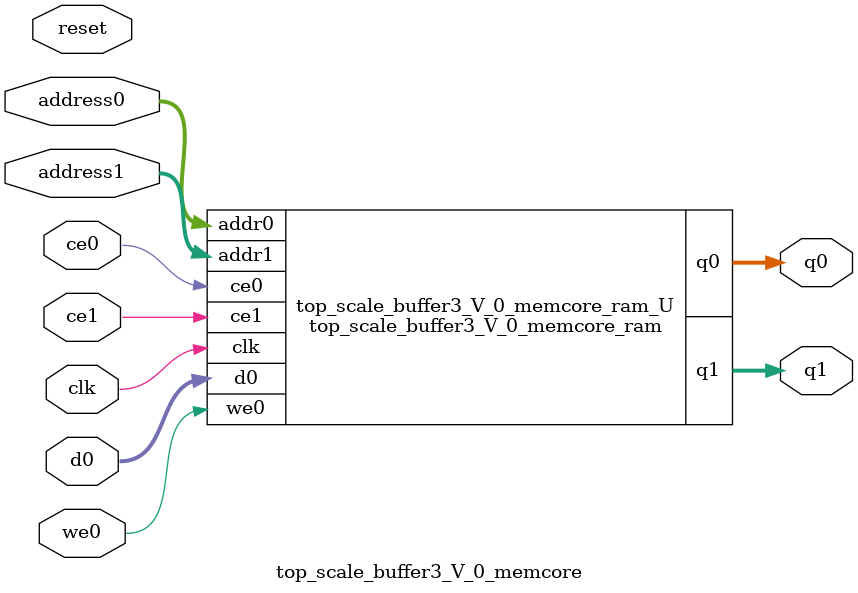
<source format=v>
`timescale 1 ns / 1 ps
module top_scale_buffer3_V_0_memcore_ram (addr0, ce0, d0, we0, q0, addr1, ce1, q1,  clk);

parameter DWIDTH = 16;
parameter AWIDTH = 7;
parameter MEM_SIZE = 128;

input[AWIDTH-1:0] addr0;
input ce0;
input[DWIDTH-1:0] d0;
input we0;
output reg[DWIDTH-1:0] q0;
input[AWIDTH-1:0] addr1;
input ce1;
output reg[DWIDTH-1:0] q1;
input clk;

reg [DWIDTH-1:0] ram[0:MEM_SIZE-1];




always @(posedge clk)  
begin 
    if (ce0) begin
        if (we0) 
            ram[addr0] <= d0; 
        q0 <= ram[addr0];
    end
end


always @(posedge clk)  
begin 
    if (ce1) begin
        q1 <= ram[addr1];
    end
end


endmodule

`timescale 1 ns / 1 ps
module top_scale_buffer3_V_0_memcore(
    reset,
    clk,
    address0,
    ce0,
    we0,
    d0,
    q0,
    address1,
    ce1,
    q1);

parameter DataWidth = 32'd16;
parameter AddressRange = 32'd128;
parameter AddressWidth = 32'd7;
input reset;
input clk;
input[AddressWidth - 1:0] address0;
input ce0;
input we0;
input[DataWidth - 1:0] d0;
output[DataWidth - 1:0] q0;
input[AddressWidth - 1:0] address1;
input ce1;
output[DataWidth - 1:0] q1;



top_scale_buffer3_V_0_memcore_ram top_scale_buffer3_V_0_memcore_ram_U(
    .clk( clk ),
    .addr0( address0 ),
    .ce0( ce0 ),
    .we0( we0 ),
    .d0( d0 ),
    .q0( q0 ),
    .addr1( address1 ),
    .ce1( ce1 ),
    .q1( q1 ));

endmodule


</source>
